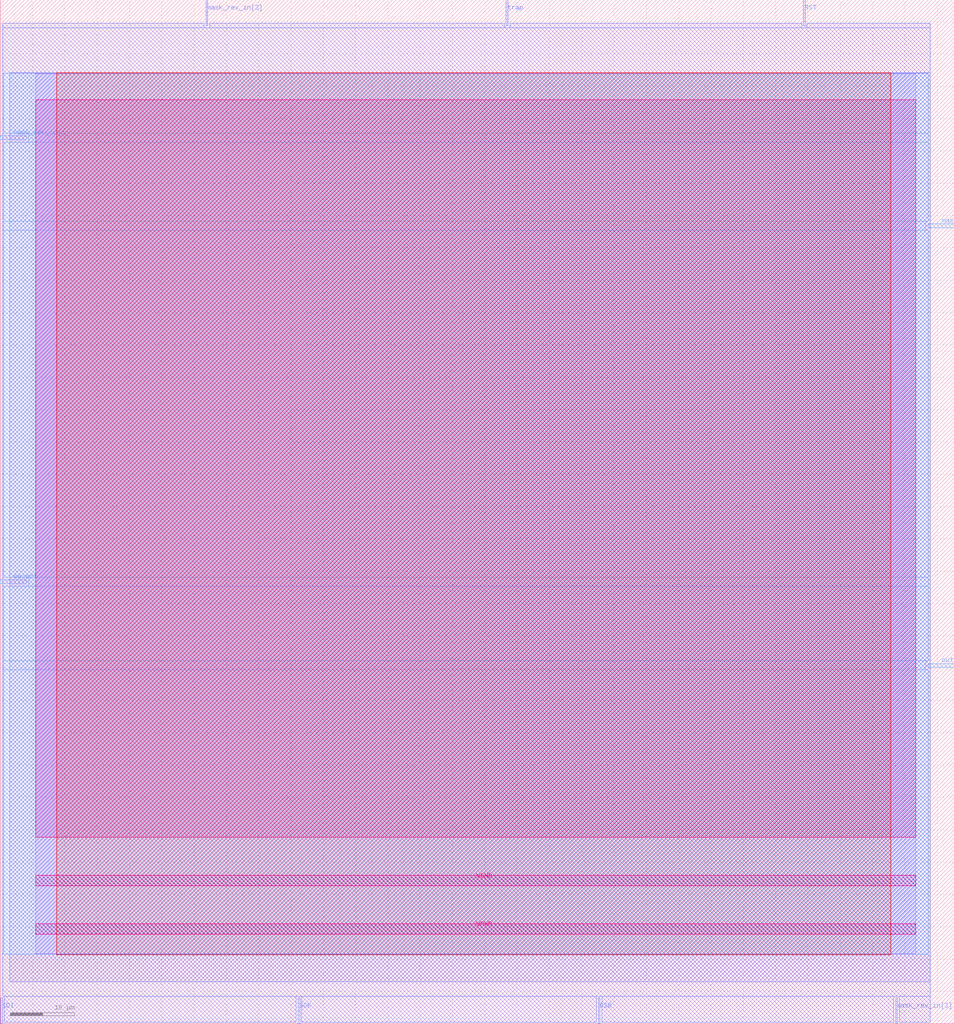
<source format=lef>
VERSION 5.7 ;
  NAMESCASESENSITIVE ON ;
  NOWIREEXTENSIONATPIN ON ;
  DIVIDERCHAR "/" ;
  BUSBITCHARS "[]" ;
UNITS
  DATABASE MICRONS 200 ;
END UNITS

MACRO design_mux
  CLASS BLOCK ;
  FOREIGN design_mux ;
  ORIGIN 0.000 0.000 ;
  SIZE 147.635 BY 158.355 ;
  PIN CSB
    DIRECTION INPUT ;
    PORT
      LAYER met2 ;
        RECT 92.550 0.000 92.830 4.000 ;
    END
  END CSB
  PIN RST
    DIRECTION INPUT ;
    PORT
      LAYER met2 ;
        RECT 124.290 154.355 124.570 158.355 ;
    END
  END RST
  PIN SCK
    DIRECTION INPUT ;
    PORT
      LAYER met2 ;
        RECT 46.090 0.000 46.370 4.000 ;
    END
  END SCK
  PIN SDI
    DIRECTION INPUT ;
    PORT
      LAYER met2 ;
        RECT 0.090 0.000 0.370 4.000 ;
    END
  END SDI
  PIN mask_rev_in[0]
    DIRECTION INPUT ;
    PORT
      LAYER met3 ;
        RECT 143.635 123.120 147.635 123.720 ;
    END
  END mask_rev_in[0]
  PIN mask_rev_in[1]
    DIRECTION INPUT ;
    PORT
      LAYER met3 ;
        RECT 0.000 136.720 4.000 137.320 ;
    END
  END mask_rev_in[1]
  PIN mask_rev_in[2]
    DIRECTION INPUT ;
    PORT
      LAYER met2 ;
        RECT 31.830 154.355 32.110 158.355 ;
    END
  END mask_rev_in[2]
  PIN mask_rev_in[3]
    DIRECTION INPUT ;
    PORT
      LAYER met2 ;
        RECT 138.550 0.000 138.830 4.000 ;
    END
  END mask_rev_in[3]
  PIN out
    DIRECTION OUTPUT TRISTATE ;
    PORT
      LAYER met3 ;
        RECT 143.635 55.120 147.635 55.720 ;
    END
  END out
  PIN select
    DIRECTION INPUT ;
    PORT
      LAYER met3 ;
        RECT 0.000 68.040 4.000 68.640 ;
    END
  END select
  PIN trap
    DIRECTION INPUT ;
    PORT
      LAYER met2 ;
        RECT 78.290 154.355 78.570 158.355 ;
    END
  END trap
  PIN VPWR
    DIRECTION INPUT ;
    USE POWER ;
    PORT
      LAYER met5 ;
        RECT 5.520 13.840 141.680 15.440 ;
    END
  END VPWR
  PIN VGND
    DIRECTION INPUT ;
    USE GROUND ;
    PORT
      LAYER met5 ;
        RECT 5.520 21.340 141.680 22.940 ;
    END
  END VGND
  OBS
      LAYER li1 ;
        RECT 5.520 10.795 141.680 146.965 ;
      LAYER met1 ;
        RECT 1.450 6.500 143.910 147.120 ;
      LAYER met2 ;
        RECT 0.370 154.075 31.550 154.770 ;
        RECT 32.390 154.075 78.010 154.770 ;
        RECT 78.850 154.075 124.010 154.770 ;
        RECT 124.850 154.075 143.890 154.770 ;
        RECT 0.370 4.280 143.890 154.075 ;
        RECT 0.650 0.270 45.810 4.280 ;
        RECT 46.650 0.270 92.270 4.280 ;
        RECT 93.110 0.270 138.270 4.280 ;
        RECT 139.110 0.270 143.890 4.280 ;
      LAYER met3 ;
        RECT 0.525 137.720 143.635 147.045 ;
        RECT 4.400 136.320 143.635 137.720 ;
        RECT 0.525 124.120 143.635 136.320 ;
        RECT 0.525 122.720 143.235 124.120 ;
        RECT 0.525 69.040 143.635 122.720 ;
        RECT 4.400 67.640 143.635 69.040 ;
        RECT 0.525 56.120 143.635 67.640 ;
        RECT 0.525 54.720 143.235 56.120 ;
        RECT 0.525 10.715 143.635 54.720 ;
      LAYER met4 ;
        RECT 8.720 10.640 137.820 147.120 ;
      LAYER met5 ;
        RECT 5.520 28.840 141.680 142.940 ;
  END
END design_mux
END LIBRARY


</source>
